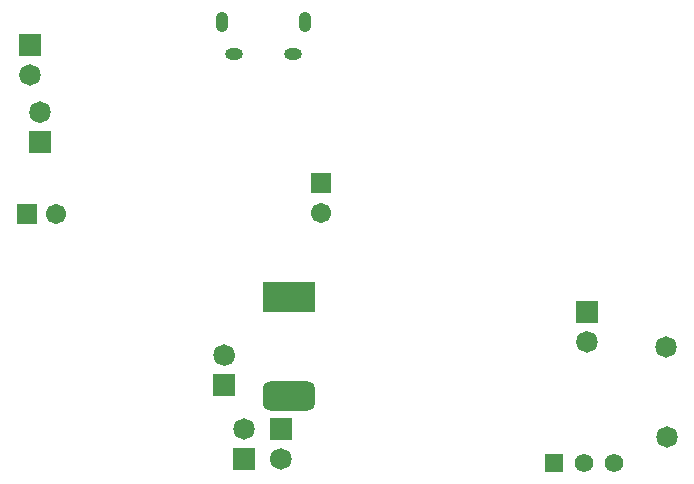
<source format=gbs>
G04*
G04 #@! TF.GenerationSoftware,Altium Limited,Altium Designer,22.9.1 (49)*
G04*
G04 Layer_Color=16711935*
%FSLAX44Y44*%
%MOMM*%
G71*
G04*
G04 #@! TF.SameCoordinates,777D21A2-CDB7-466F-AFFE-F37339BB67B1*
G04*
G04*
G04 #@! TF.FilePolarity,Negative*
G04*
G01*
G75*
%ADD78C,0.0000*%
%ADD133R,1.8232X1.8232*%
%ADD134C,1.8232*%
%ADD135O,1.0160X1.7532*%
%ADD136O,1.5032X1.0160*%
%ADD137R,1.7112X1.7112*%
%ADD138C,1.7112*%
%ADD139R,1.7112X1.7112*%
%ADD140R,1.5732X1.5732*%
%ADD141C,1.5732*%
G04:AMPARAMS|DCode=166|XSize=4.4032mm|YSize=2.54mm|CornerRadius=0.6858mm|HoleSize=0mm|Usage=FLASHONLY|Rotation=180.000|XOffset=0mm|YOffset=0mm|HoleType=Round|Shape=RoundedRectangle|*
%AMROUNDEDRECTD166*
21,1,4.4032,1.1684,0,0,180.0*
21,1,3.0316,2.5400,0,0,180.0*
1,1,1.3716,-1.5158,0.5842*
1,1,1.3716,1.5158,0.5842*
1,1,1.3716,1.5158,-0.5842*
1,1,1.3716,-1.5158,-0.5842*
%
%ADD166ROUNDEDRECTD166*%
%ADD167R,4.4032X2.5400*%
D78*
X42901Y394970D02*
G03*
X42901Y394970I-8611J0D01*
G01*
Y369570D02*
G03*
X42901Y369570I-8611J0D01*
G01*
X51541Y312420D02*
G03*
X51541Y312420I-8611J0D01*
G01*
Y337820D02*
G03*
X51541Y337820I-8611J0D01*
G01*
X207751Y132080D02*
G03*
X207751Y132080I-8611J0D01*
G01*
Y106680D02*
G03*
X207751Y106680I-8611J0D01*
G01*
X514575Y143764D02*
G03*
X514575Y143764I-8611J0D01*
G01*
Y169164D02*
G03*
X514575Y169164I-8611J0D01*
G01*
X255241Y44450D02*
G03*
X255241Y44450I-8611J0D01*
G01*
Y69850D02*
G03*
X255241Y69850I-8611J0D01*
G01*
X224261D02*
G03*
X224261Y69850I-8611J0D01*
G01*
Y44450D02*
G03*
X224261Y44450I-8611J0D01*
G01*
D133*
X34290Y394970D02*
D03*
X42930Y312420D02*
D03*
X199140Y106680D02*
D03*
X505964Y169164D02*
D03*
X246630Y69850D02*
D03*
X215650Y44450D02*
D03*
D134*
X34290Y369570D02*
D03*
X42930Y337820D02*
D03*
X199140Y132080D02*
D03*
X505964Y143764D02*
D03*
X246630Y44450D02*
D03*
X215650Y69850D02*
D03*
X574066Y63410D02*
D03*
X573050Y139610D02*
D03*
D135*
X197010Y414350D02*
D03*
X267010D02*
D03*
D136*
X207010Y387350D02*
D03*
X257010D02*
D03*
D137*
X31696Y252222D02*
D03*
D138*
X56696D02*
D03*
X280670Y252930D02*
D03*
D139*
Y277930D02*
D03*
D140*
X478028Y40894D02*
D03*
D141*
X503428D02*
D03*
X528828D02*
D03*
D166*
X254000Y97790D02*
D03*
D167*
Y181610D02*
D03*
M02*

</source>
